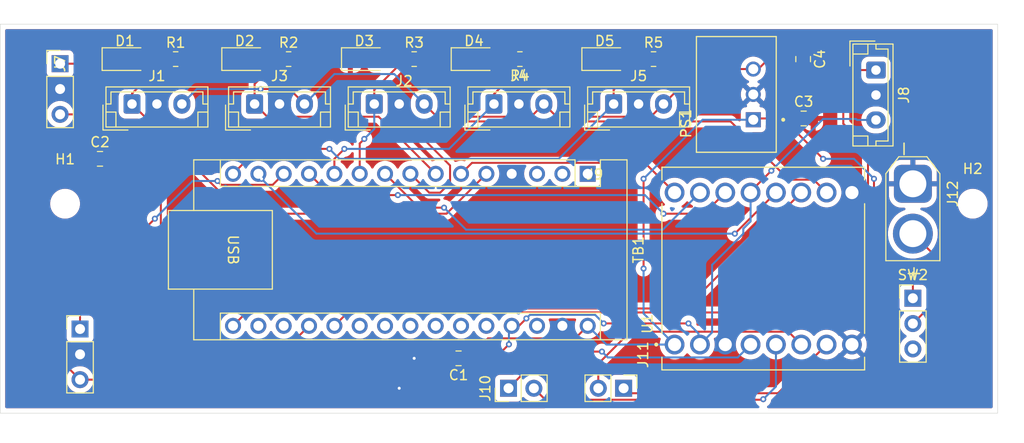
<source format=kicad_pcb>
(kicad_pcb (version 20241229) (generator "pcbnew") (generator_version "9.0")
  (layers (0 "F.Cu" signal) (2 "B.Cu" signal) (13 "F.Paste" user) (15 "B.Paste" user) (5 "F.SilkS" user "F.Silkscreen") (7 "B.SilkS" user "B.Silkscreen") (1 "F.Mask" user) (3 "B.Mask" user) (25 "Edge.Cuts" user))
  (net 0 "")
  (net 1 "GND")
  (net 2 "+12V")
  (net 3 "+5V")
  (net 4 "5v")
  (net 5 "Net-(D1-A)")
  (net 6 "Net-(D2-A)")
  (net 7 "Net-(D3-A)")
  (net 8 "Net-(D4-A)")
  (net 9 "Net-(D5-A)")
  (net 10 "S1")
  (net 11 "S3")
  (net 12 "S2")
  (net 13 "S4")
  (net 14 "S5")
  (net 15 "LN1")
  (net 16 "LN2")
  (net 17 "ST")
  (net 18 "Net-(J10-Pin_1)")
  (net 19 "Net-(J10-Pin_2)")
  (net 20 "Net-(J11-Pin_2)")
  (net 21 "Net-(J11-Pin_1)")
  (net 22 "Net-(J12-Pin_2)")
  (net 25 "Dira")
  (net 30 "Dirb")
  (net 31 "MOTOR1B")
  (net 33 "MOTOR1A")
  (net 35 "+3.3V")
  (net 37 "MOTOR2A")
  (net 39 "MOTOR2B")
  (footprint "Module:Arduino_Nano" (layer "F.Cu") (at 139.4 52 -90)
    (property "Reference" "TB1" (at 7.62 -5.08 90) (layer "F.SilkS"))
    (property "Value" "ARDUINO_NANO")
    (fp_text user "USB" (at 7.62 35.56 270) (layer "F.SilkS"))
    (pad "1" thru_hole rect (at 0 0 270) (size 1.6 1.6) (drill 1) (layers "*.Cu" "*.Mask"))
    (pad "2" thru_hole oval (at 0 2.54 270) (size 1.6 1.6) (drill 1) (layers "*.Cu" "*.Mask"))
    (pad "3" thru_hole oval (at 0 5.08 270) (size 1.6 1.6) (drill 1) (layers "*.Cu" "*.Mask"))
    (pad "4" thru_hole oval (at 0 7.62 270) (size 1.6 1.6) (drill 1) (layers "*.Cu" "*.Mask") (net 1 "GND"))
    (pad "5" thru_hole oval (at 0 10.16 270) (size 1.6 1.6) (drill 1) (layers "*.Cu" "*.Mask") (net 10 "S1"))
    (pad "6" thru_hole oval (at 0 12.7 270) (size 1.6 1.6) (drill 1) (layers "*.Cu" "*.Mask") (net 25 "Dira"))
    (pad "7" thru_hole oval (at 0 15.24 270) (size 1.6 1.6) (drill 1) (layers "*.Cu" "*.Mask") (net 12 "S2"))
    (pad "8" thru_hole oval (at 0 17.78 270) (size 1.6 1.6) (drill 1) (layers "*.Cu" "*.Mask") (net 30 "Dirb"))
    (pad "9" thru_hole oval (at 0 20.32 270) (size 1.6 1.6) (drill 1) (layers "*.Cu" "*.Mask") (net 31 "MOTOR1B"))
    (pad "10" thru_hole oval (at 0 22.86 270) (size 1.6 1.6) (drill 1) (layers "*.Cu" "*.Mask") (net 11 "S3"))
    (pad "11" thru_hole oval (at 0 25.4 270) (size 1.6 1.6) (drill 1) (layers "*.Cu" "*.Mask") (net 13 "S4"))
    (pad "12" thru_hole oval (at 0 27.94 270) (size 1.6 1.6) (drill 1) (layers "*.Cu" "*.Mask") (net 33 "MOTOR1A"))
    (pad "13" thru_hole oval (at 0 30.48 270) (size 1.6 1.6) (drill 1) (layers "*.Cu" "*.Mask") (net 17 "ST"))
    (pad "14" thru_hole oval (at 0 33.02 270) (size 1.6 1.6) (drill 1) (layers "*.Cu" "*.Mask") (net 37 "MOTOR2A"))
    (pad "15" thru_hole oval (at 0 35.56 270) (size 1.6 1.6) (drill 1) (layers "*.Cu" "*.Mask") (net 14 "S5"))
    (pad "16" thru_hole oval (at 15.24 35.56 270) (size 1.6 1.6) (drill 1) (layers "*.Cu" "*.Mask") (net 39 "MOTOR2B"))
    (pad "17" thru_hole oval (at 15.24 33.02 270) (size 1.6 1.6) (drill 1) (layers "*.Cu" "*.Mask") (net 35 "+3.3V"))
    (pad "18" thru_hole oval (at 15.24 30.48 270) (size 1.6 1.6) (drill 1) (layers "*.Cu" "*.Mask"))
    (pad "19" thru_hole oval (at 15.24 27.94 270) (size 1.6 1.6) (drill 1) (layers "*.Cu" "*.Mask") (net 15 "LN1"))
    (pad "20" thru_hole oval (at 15.24 25.4 270) (size 1.6 1.6) (drill 1) (layers "*.Cu" "*.Mask") (net 16 "LN2"))
    (pad "21" thru_hole oval (at 15.24 22.86 270) (size 1.6 1.6) (drill 1) (layers "*.Cu" "*.Mask"))
    (pad "22" thru_hole oval (at 15.24 20.32 270) (size 1.6 1.6) (drill 1) (layers "*.Cu" "*.Mask"))
    (pad "23" thru_hole oval (at 15.24 17.78 270) (size 1.6 1.6) (drill 1) (layers "*.Cu" "*.Mask"))
    (pad "24" thru_hole oval (at 15.24 15.24 270) (size 1.6 1.6) (drill 1) (layers "*.Cu" "*.Mask"))
    (pad "25" thru_hole oval (at 15.24 12.7 270) (size 1.6 1.6) (drill 1) (layers "*.Cu" "*.Mask"))
    (pad "26" thru_hole oval (at 15.24 10.16 270) (size 1.6 1.6) (drill 1) (layers "*.Cu" "*.Mask"))
    (pad "27" thru_hole oval (at 15.24 7.62 270) (size 1.6 1.6) (drill 1) (layers "*.Cu" "*.Mask") (net 3 "+5V"))
    (pad "28" thru_hole oval (at 15.24 5.08 270) (size 1.6 1.6) (drill 1) (layers "*.Cu" "*.Mask"))
    (pad "29" thru_hole oval (at 15.24 2.54 270) (size 1.6 1.6) (drill 1) (layers "*.Cu" "*.Mask") (net 1 "GND"))
    (pad "30" thru_hole oval (at 15.24 0 270) (size 1.6 1.6) (drill 1) (layers "*.Cu" "*.Mask") (net 2 "+12V"))
  )
  (footprint "Capacitor_SMD:C_0805_2012Metric" (layer "F.Cu") (at 161.05 46.45)
    (property "Reference" "C3" (at 0 -1.68 0) (layer "F.SilkS"))
    (property "Value" "10uF")
    (pad "1" smd roundrect (at -0.95 0) (size 1 1.45) (layers "F.Cu" "F.Mask" "F.Paste") (net 2 "+12V"))
    (pad "2" smd roundrect (at 0.95 0) (size 1 1.45) (layers "F.Cu" "F.Mask" "F.Paste") (net 1 "GND"))
  )
  (footprint "Connector_JST:JST_EH_B3B-EH-A_1x03_P2.50mm_Vertical" (layer "F.Cu") (at 106 45)
    (property "Reference" "J3" (at 2.5 -2.8 0) (layer "F.SilkS"))
    (property "Value" "Screw3")
    (pad "1" thru_hole roundrect (at 0 0) (size 1.7 1.95) (drill 0.95) (layers "*.Cu" "*.Mask") (roundrect_rratio 0.147059) (net 12 "S2"))
    (pad "2" thru_hole oval (at 2.5 0) (size 1.7 1.95) (drill 0.95) (layers "*.Cu" "*.Mask") (net 1 "GND"))
    (pad "3" thru_hole oval (at 5 0) (size 1.7 1.95) (drill 0.95) (layers "*.Cu" "*.Mask") (net 4 "5v"))
  )
  (footprint "Connector_PinHeader_2.54mm:PinHeader_1x02_P2.54mm_Vertical" (layer "F.Cu") (at 143 73.5 -90)
    (property "Reference" "J11" (at -3.36 -1.95 90) (layer "F.SilkS"))
    (property "Value" "Motor2 Output")
    (pad "1" thru_hole rect (at 0 0 270) (size 1.7 1.7) (drill 1) (layers "*.Cu" "*.Mask") (net 21 "Net-(J11-Pin_1)"))
    (pad "2" thru_hole oval (at 0 2.54 270) (size 1.7 1.7) (drill 1) (layers "*.Cu" "*.Mask") (net 20 "Net-(J11-Pin_2)"))
  )
  (footprint "Connector_JST:JST_EH_B3B-EH-A_1x03_P2.50mm_Vertical" (layer "F.Cu") (at 142 45)
    (property "Reference" "J5" (at 2.5 -2.8 0) (layer "F.SilkS"))
    (property "Value" "Screw3")
    (pad "1" thru_hole roundrect (at 0 0) (size 1.7 1.95) (drill 0.95) (layers "*.Cu" "*.Mask") (roundrect_rratio 0.147059) (net 14 "S5"))
    (pad "2" thru_hole oval (at 2.5 0) (size 1.7 1.95) (drill 0.95) (layers "*.Cu" "*.Mask") (net 1 "GND"))
    (pad "3" thru_hole oval (at 5 0) (size 1.7 1.95) (drill 0.95) (layers "*.Cu" "*.Mask") (net 4 "5v"))
  )
  (footprint "Connector_JST:JST_EH_B3B-EH-A_1x03_P2.50mm_Vertical" (layer "F.Cu") (at 118 45)
    (property "Reference" "J2" (at 3 -2.3 0) (layer "F.SilkS"))
    (property "Value" "Screw3")
    (pad "1" thru_hole roundrect (at 0 0) (size 1.7 1.95) (drill 0.95) (layers "*.Cu" "*.Mask") (roundrect_rratio 0.147059) (net 11 "S3"))
    (pad "2" thru_hole oval (at 2.5 0) (size 1.7 1.95) (drill 0.95) (layers "*.Cu" "*.Mask") (net 1 "GND"))
    (pad "3" thru_hole oval (at 5 0) (size 1.7 1.95) (drill 0.95) (layers "*.Cu" "*.Mask") (net 4 "5v"))
  )
  (footprint "Connector_PinHeader_2.54mm:PinHeader_1x02_P2.54mm_Vertical" (layer "F.Cu") (at 131.46 73.5 90)
    (property "Reference" "J10" (at 0 -2.33 90) (layer "F.SilkS"))
    (property "Value" "Motor1 Output")
    (pad "1" thru_hole rect (at 0 0 90) (size 1.7 1.7) (drill 1) (layers "*.Cu" "*.Mask") (net 18 "Net-(J10-Pin_1)"))
    (pad "2" thru_hole oval (at 0 2.54 90) (size 1.7 1.7) (drill 1) (layers "*.Cu" "*.Mask") (net 19 "Net-(J10-Pin_2)"))
  )
  (footprint "Resistor_SMD:R_0805_2012Metric" (layer "F.Cu") (at 122 40.5)
    (property "Reference" "R3" (at 0 -1.65 0) (layer "F.SilkS"))
    (property "Value" "180")
    (pad "1" smd roundrect (at -0.9125 0) (size 1.025 1.4) (layers "F.Cu" "F.Mask" "F.Paste") (roundrect_rratio 0.243902) (net 11 "S3"))
    (pad "2" smd roundrect (at 0.9125 0) (size 1.025 1.4) (layers "F.Cu" "F.Mask" "F.Paste") (roundrect_rratio 0.243902) (net 7 "Net-(D3-A)"))
  )
  (footprint "Connector_PinHeader_2.54mm:PinHeader_1x03_P2.54mm_Vertical" (layer "F.Cu") (at 88.5 67.56)
    (property "Reference" "J9" (at 51.6 -15.5 0) (layer "F.SilkS"))
    (property "Value" "Conn_01x03_Pin")
    (pad "1" thru_hole rect (at 0 0) (size 1.7 1.7) (drill 1) (layers "*.Cu" "*.Mask") (net 17 "ST"))
    (pad "2" thru_hole oval (at 0 2.54) (size 1.7 1.7) (drill 1) (layers "*.Cu" "*.Mask") (net 1 "GND"))
    (pad "3" thru_hole oval (at 0 5.08) (size 1.7 1.7) (drill 1) (layers "*.Cu" "*.Mask") (net 3 "+5V"))
  )
  (footprint "Connector_JST:JST_EH_B3B-EH-A_1x03_P2.50mm_Vertical" (layer "F.Cu") (at 93.71 45)
    (property "Reference" "J1" (at 2.5 -2.8 0) (layer "F.SilkS"))
    (property "Value" "Screw3")
    (pad "1" thru_hole roundrect (at 0 0) (size 1.7 1.95) (drill 0.95) (layers "*.Cu" "*.Mask") (roundrect_rratio 0.147059) (net 10 "S1"))
    (pad "2" thru_hole oval (at 2.5 0) (size 1.7 1.95) (drill 0.95) (layers "*.Cu" "*.Mask") (net 1 "GND"))
    (pad "3" thru_hole oval (at 5 0) (size 1.7 1.95) (drill 0.95) (layers "*.Cu" "*.Mask") (net 4 "5v"))
  )
  (footprint "Connector_JST:JST_EH_B3B-EH-A_1x03_P2.50mm_Vertical" (layer "F.Cu") (at 168.3 41.6 -90)
    (property "Reference" "J8" (at 2.5 -2.8 90) (layer "F.SilkS"))
    (property "Value" "Screw3")
    (pad "1" thru_hole roundrect (at 0 0 270) (size 1.7 1.95) (drill 0.95) (layers "*.Cu" "*.Mask") (roundrect_rratio 0.147059) (net 16 "LN2"))
    (pad "2" thru_hole oval (at 2.5 0 270) (size 1.7 1.95) (drill 0.95) (layers "*.Cu" "*.Mask") (net 1 "GND"))
    (pad "3" thru_hole oval (at 5 0 270) (size 1.7 1.95) (drill 0.95) (layers "*.Cu" "*.Mask") (net 3 "+5V"))
  )
  (footprint "Connector_PinHeader_2.54mm:PinHeader_1x03_P2.54mm_Vertical" (layer "F.Cu") (at 86.5 40.96)
    (property "Reference" "J7" (at 0 0 90) (layer "F.SilkS"))
    (property "Value" "Screw3")
    (pad "1" thru_hole rect (at 0 0) (size 1.7 1.7) (drill 1) (layers "*.Cu" "*.Mask") (net 15 "LN1"))
    (pad "2" thru_hole oval (at 0 2.54) (size 1.7 1.7) (drill 1) (layers "*.Cu" "*.Mask") (net 1 "GND"))
    (pad "3" thru_hole oval (at 0 5.08) (size 1.7 1.7) (drill 1) (layers "*.Cu" "*.Mask") (net 3 "+5V"))
  )
  (footprint "LED_SMD:LED_1206_3216Metric" (layer "F.Cu") (at 117 40.5)
    (property "Reference" "D3" (at 0 -1.82 0) (layer "F.SilkS"))
    (property "Value" "LED")
    (pad "1" smd roundrect (at -1.4 0) (size 1.25 1.75) (layers "F.Cu" "F.Mask" "F.Paste") (roundrect_rratio 0.2) (net 1 "GND"))
    (pad "2" smd roundrect (at 1.4 0) (size 1.25 1.75) (layers "F.Cu" "F.Mask" "F.Paste") (roundrect_rratio 0.2) (net 7 "Net-(D3-A)"))
  )
  (footprint "Resistor_SMD:R_0805_2012Metric" (layer "F.Cu") (at 98.0875 40.5)
    (property "Reference" "R1" (at 0 -1.65 0) (layer "F.SilkS"))
    (property "Value" "180")
    (pad "1" smd roundrect (at -0.9125 0) (size 1.025 1.4) (layers "F.Cu" "F.Mask" "F.Paste") (roundrect_rratio 0.243902) (net 10 "S1"))
    (pad "2" smd roundrect (at 0.9125 0) (size 1.025 1.4) (layers "F.Cu" "F.Mask" "F.Paste") (roundrect_rratio 0.243902) (net 5 "Net-(D1-A)"))
  )
  (footprint "LED_SMD:LED_1206_3216Metric" (layer "F.Cu") (at 105 40.5)
    (property "Reference" "D2" (at 0 -1.82 0) (layer "F.SilkS"))
    (property "Value" "LED")
    (pad "1" smd roundrect (at -1.4 0) (size 1.25 1.75) (layers "F.Cu" "F.Mask" "F.Paste") (roundrect_rratio 0.2) (net 1 "GND"))
    (pad "2" smd roundrect (at 1.4 0) (size 1.25 1.75) (layers "F.Cu" "F.Mask" "F.Paste") (roundrect_rratio 0.2) (net 6 "Net-(D2-A)"))
  )
  (footprint "Capacitor_SMD:C_0805_2012Metric" (layer "F.Cu") (at 161 40.5 -90)
    (property "Reference" "C4" (at 0 -1.68 90) (layer "F.SilkS"))
    (property "Value" "10uF")
    (pad "1" smd roundrect (at -0.95 0 270) (size 1 1.45) (layers "F.Cu" "F.Mask" "F.Paste") (net 4 "5v"))
    (pad "2" smd roundrect (at 0.95 0 270) (size 1 1.45) (layers "F.Cu" "F.Mask" "F.Paste") (net 1 "GND"))
  )
  (footprint "Battery:CONV_P78E05-1000" (layer "F.Cu") (at 156 44.04 90)
    (property "Reference" "PS1" (at -2.925 -6.735 90) (layer "F.SilkS"))
    (property "Value" "P78E05-1000")
    (pad "1" thru_hole rect (at -2.54 0 90) (size 1.508 1.508) (drill 1) (layers "*.Cu" "*.Mask") (net 2 "+12V"))
    (pad "2" thru_hole circle (at 0 0 90) (size 1.508 1.508) (drill 1) (layers "*.Cu" "*.Mask") (net 1 "GND"))
    (pad "3" thru_hole circle (at 2.54 0 90) (size 1.508 1.508) (drill 1) (layers "*.Cu" "*.Mask") (net 4 "5v"))
  )
  (footprint "Capacitor_SMD:C_0805_2012Metric" (layer "F.Cu") (at 126.45 70.5 180)
    (property "Reference" "C1" (at 0 -1.68 0) (layer "F.SilkS"))
    (property "Value" "0.1uF")
    (pad "1" smd roundrect (at -0.95 0 180) (size 1 1.45) (layers "F.Cu" "F.Mask" "F.Paste") (net 2 "+12V"))
    (pad "2" smd roundrect (at 0.95 0 180) (size 1 1.45) (layers "F.Cu" "F.Mask" "F.Paste") (net 1 "GND"))
  )
  (footprint "LED_SMD:LED_1206_3216Metric" (layer "F.Cu") (at 141.1 40.5)
    (property "Reference" "D5" (at 0 -1.82 0) (layer "F.SilkS"))
    (property "Value" "LED")
    (pad "1" smd roundrect (at -1.4 0) (size 1.25 1.75) (layers "F.Cu" "F.Mask" "F.Paste") (roundrect_rratio 0.2) (net 1 "GND"))
    (pad "2" smd roundrect (at 1.4 0) (size 1.25 1.75) (layers "F.Cu" "F.Mask" "F.Paste") (roundrect_rratio 0.2) (net 9 "Net-(D5-A)"))
  )
  (footprint "Resistor_SMD:R_0805_2012Metric" (layer "F.Cu") (at 146 40.5)
    (property "Reference" "R5" (at 0 -1.65 0) (layer "F.SilkS"))
    (property "Value" "180")
    (pad "1" smd roundrect (at -0.9125 0) (size 1.025 1.4) (layers "F.Cu" "F.Mask" "F.Paste") (roundrect_rratio 0.243902) (net 14 "S5"))
    (pad "2" smd roundrect (at 0.9125 0) (size 1.025 1.4) (layers "F.Cu" "F.Mask" "F.Paste") (roundrect_rratio 0.243902) (net 9 "Net-(D5-A)"))
  )
  (footprint "Connector_JST:JST_EH_B3B-EH-A_1x03_P2.50mm_Vertical" (layer "F.Cu") (at 130 45)
    (property "Reference" "J4" (at 2.5 -2.8 0) (layer "F.SilkS"))
    (property "Value" "Screw3")
    (pad "1" thru_hole roundrect (at 0 0) (size 1.7 1.95) (drill 0.95) (layers "*.Cu" "*.Mask") (roundrect_rratio 0.147059) (net 13 "S4"))
    (pad "2" thru_hole oval (at 2.5 0) (size 1.7 1.95) (drill 0.95) (layers "*.Cu" "*.Mask") (net 1 "GND"))
    (pad "3" thru_hole oval (at 5 0) (size 1.7 1.95) (drill 0.95) (layers "*.Cu" "*.Mask") (net 4 "5v"))
  )
  (footprint "MountingHole:MountingHole_2.5mm" (layer "F.Cu") (at 178 55)
    (property "Reference" "H2" (at 0 -3.5 0) (layer "F.SilkS"))
    (property "Value" "MountingHole")
    (pad "" np_thru_hole circle (at 0 0) (size 2.5 2.5) (drill 2.5) (layers "*.Cu" "*.Mask"))
  )
  (footprint "Resistor_SMD:R_0805_2012Metric" (layer "F.Cu") (at 109.4125 40.5)
    (property "Reference" "R2" (at 0 -1.65 0) (layer "F.SilkS"))
    (property "Value" "180")
    (pad "1" smd roundrect (at -0.9125 0) (size 1.025 1.4) (layers "F.Cu" "F.Mask" "F.Paste") (roundrect_rratio 0.243902) (net 12 "S2"))
    (pad "2" smd roundrect (at 0.9125 0) (size 1.025 1.4) (layers "F.Cu" "F.Mask" "F.Paste") (roundrect_rratio 0.243902) (net 6 "Net-(D2-A)"))
  )
  (footprint "Resistor_SMD:R_0805_2012Metric" (layer "F.Cu") (at 132.6 40.5 180)
    (property "Reference" "R4" (at 0 -1.65 0) (layer "F.SilkS"))
    (property "Value" "180")
    (pad "1" smd roundrect (at -0.9125 0 180) (size 1.025 1.4) (layers "F.Cu" "F.Mask" "F.Paste") (roundrect_rratio 0.243902) (net 13 "S4"))
    (pad "2" smd roundrect (at 0.9125 0 180) (size 1.025 1.4) (layers "F.Cu" "F.Mask" "F.Paste") (roundrect_rratio 0.243902) (net 8 "Net-(D4-A)"))
  )
  (footprint "Module:MODULE_ROB-14450" (layer "F.Cu") (at 157 61.5 90)
    (property "Reference" "U1" (at -5.5332 -11.6132 90) (layer "F.SilkS"))
    (property "Value" "ROB-14450")
    (pad "1" thru_hole circle (at -7.62 -8.89 90) (size 1.98 1.98) (drill 1.32) (layers "*.Cu" "*.Mask") (net 2 "+12V"))
    (pad "2" thru_hole circle (at -7.62 -6.35 90) (size 1.98 1.98) (drill 1.32) (layers "*.Cu" "*.Mask") (net 3 "+5V"))
    (pad "3" thru_hole circle (at -7.62 -3.81 90) (size 1.98 1.98) (drill 1.32) (layers "*.Cu" "*.Mask") (net 1 "GND"))
    (pad "4" thru_hole circle (at -7.62 -1.27 90) (size 1.98 1.98) (drill 1.32) (layers "*.Cu" "*.Mask") (net 18 "Net-(J10-Pin_1)"))
    (pad "5" thru_hole circle (at -7.62 1.27 90) (size 1.98 1.98) (drill 1.32) (layers "*.Cu" "*.Mask") (net 19 "Net-(J10-Pin_2)"))
    (pad "6" thru_hole circle (at -7.62 3.81 90) (size 1.98 1.98) (drill 1.32) (layers "*.Cu" "*.Mask") (net 20 "Net-(J11-Pin_2)"))
    (pad "7" thru_hole circle (at -7.62 6.35 90) (size 1.98 1.98) (drill 1.32) (layers "*.Cu" "*.Mask") (net 21 "Net-(J11-Pin_1)"))
    (pad "8" thru_hole circle (at -7.62 8.89 90) (size 1.98 1.98) (drill 1.32) (layers "*.Cu" "*.Mask") (net 1 "GND"))
    (pad "9" thru_hole circle (at 7.62 8.89 90) (size 1.98 1.98) (drill 1.32) (layers "*.Cu" "*.Mask") (net 1 "GND"))
    (pad "10" thru_hole circle (at 7.62 6.35 90) (size 1.98 1.98) (drill 1.32) (layers "*.Cu" "*.Mask") (net 30 "Dirb"))
    (pad "11" thru_hole circle (at 7.62 3.81 90) (size 1.98 1.98) (drill 1.32) (layers "*.Cu" "*.Mask") (net 39 "MOTOR2B"))
    (pad "12" thru_hole circle (at 7.62 1.27 90) (size 1.98 1.98) (drill 1.32) (layers "*.Cu" "*.Mask") (net 37 "MOTOR2A"))
    (pad "13" thru_hole circle (at 7.62 -1.27 90) (size 1.98 1.98) (drill 1.32) (layers "*.Cu" "*.Mask") (net 3 "+5V"))
    (pad "14" thru_hole circle (at 7.62 -3.81 90) (size 1.98 1.98) (drill 1.32) (layers "*.Cu" "*.Mask") (net 33 "MOTOR1A"))
    (pad "15" thru_hole circle (at 7.62 -6.35 90) (size 1.98 1.98) (drill 1.32) (layers "*.Cu" "*.Mask") (net 31 "MOTOR1B"))
    (pad "16" thru_hole circle (at 7.62 -8.89 90) (size 1.98 1.98) (drill 1.32) (layers "*.Cu" "*.Mask") (net 25 "Dira"))
  )
  (footprint "Capacitor_SMD:C_0805_2012Metric" (layer "F.Cu") (at 90.5 50.5)
    (property "Reference" "C2" (at 0 -1.68 0) (layer "F.SilkS"))
    (property "Value" "0.1uF")
    (pad "1" smd roundrect (at -0.95 0) (size 1 1.45) (layers "F.Cu" "F.Mask" "F.Paste") (net 3 "+5V"))
    (pad "2" smd roundrect (at 0.95 0) (size 1 1.45) (layers "F.Cu" "F.Mask" "F.Paste") (net 1 "GND"))
  )
  (footprint "Connector_AMASS:AMASS_XT30U-F_1x02_P5.0mm_Vertical" (layer "F.Cu") (at 172 53 -90)
    (property "Reference" "J12" (at 1 -4 90) (layer "F.SilkS"))
    (property "Value" "xt30")
    (fp_text user "+" (at 9 0 90) (layer "F.SilkS") (effects (font (size 1.5 1.5))))
    (fp_text user "-" (at -3.5 1 90) (layer "F.SilkS") (effects (font (size 1.5 1.5))))
    (pad "1" thru_hole roundrect (at 0 0 270) (size 3.8 3.8) (drill 2.7) (layers "*.Cu" "*.Mask") (roundrect_rratio 0.2) (net 1 "GND"))
    (pad "2" thru_hole circle (at 5 0 270) (size 4 4) (drill 2.7) (layers "*.Cu" "*.Mask") (net 22 "Net-(J12-Pin_2)"))
  )
  (footprint "MountingHole:MountingHole_2.5mm" (layer "F.Cu") (at 87 55)
    (property "Reference" "H1" (at 0 -4.46 0) (layer "F.SilkS"))
    (property "Value" "MountingHole")
    (pad "" np_thru_hole circle (at 0 0) (size 2.5 2.5) (drill 2.5) (layers "*.Cu" "*.Mask"))
  )
  (footprint "LED_SMD:LED_1206_3216Metric" (layer "F.Cu") (at 93 40.5)
    (property "Reference" "D1" (at 0 -1.82 0) (layer "F.SilkS"))
    (property "Value" "LED")
    (pad "1" smd roundrect (at -1.4 0) (size 1.25 1.75) (layers "F.Cu" "F.Mask" "F.Paste") (roundrect_rratio 0.2) (net 1 "GND"))
    (pad "2" smd roundrect (at 1.4 0) (size 1.25 1.75) (layers "F.Cu" "F.Mask" "F.Paste") (roundrect_rratio 0.2) (net 5 "Net-(D1-A)"))
  )
  (footprint "Connector_PinHeader_2.54mm:PinHeader_1x03_P2.54mm_Vertical" (layer "F.Cu") (at 172 64.475)
    (property "Reference" "SW2" (at 0 -2.33 0) (layer "F.SilkS"))
    (property "Value" "SW_DPDT_x2")
    (pad "1" thru_hole rect (at 0 0) (size 1.7 1.7) (drill 1) (layers "*.Cu" "*.Mask") (net 2 "+12V"))
    (pad "2" thru_hole oval (at 0 2.54) (size 1.7 1.7) (drill 1) (layers "*.Cu" "*.Mask") (net 22 "Net-(J12-Pin_2)"))
    (pad "3" thru_hole oval (at 0 5.08) (size 1.7 1.7) (drill 1) (layers "*.Cu" "*.Mask"))
  )
  (footprint "LED_SMD:LED_1206_3216Metric" (layer "F.Cu") (at 128 40.5)
    (property "Reference" "D4" (at 0 -1.82 0) (layer "F.SilkS"))
    (property "Value" "LED")
    (pad "1" smd roundrect (at -1.4 0) (size 1.25 1.75) (layers "F.Cu" "F.Mask" "F.Paste") (roundrect_rratio 0.2) (net 1 "GND"))
    (pad "2" smd roundrect (at 1.4 0) (size 1.25 1.75) (layers "F.Cu" "F.Mask" "F.Paste") (roundrect_rratio 0.2) (net 8 "Net-(D4-A)"))
  )
  (gr_rect (start 80.5 37) (end 180.5 76) (stroke (width 0.05)) (fill no) (layer "Edge.Cuts"))
  (segment (start 125.5 70.5) (end 122 70.5) (width 0.2) (layer "F.Cu") (net 1))
  (via (at 120.5 73.5) (size 0.6) (drill 0.3) (layers "F.Cu" "B.Cu") (net 1))
  (via (at 122 70.5) (size 0.6) (drill 0.3) (layers "F.Cu" "B.Cu") (net 1))
  (segment (start 122 70.5) (end 120.5 72) (width 0.2) (layer "B.Cu") (net 1))
  (segment (start 120.5 72) (end 120.5 73.5) (width 0.2) (layer "B.Cu") (net 1))
  (segment (start 138.14 68.5) (end 129.4 68.5) (width 0.2) (layer "F.Cu") (net 2))
  (segment (start 163 50.5) (end 160.1 47.6) (width 0.2) (layer "F.Cu") (net 2))
  (segment (start 148.11 68.819) (end 148.5 68.429) (width 0.2) (layer "F.Cu") (net 2))
  (segment (start 160.1 47.6) (end 160.1 46.45) (width 0.2) (layer "F.Cu") (net 2))
  (segment (start 172 62) (end 172 64.475) (width 0.2) (layer "F.Cu") (net 2))
  (segment (start 168.1 58.1) (end 172 62) (width 0.2) (layer "F.Cu") (net 2))
  (segment (start 160.1 46.45) (end 156.13 46.45) (width 0.2) (layer "F.Cu") (net 2))
  (segment (start 168.1 52.5) (end 168.1 58.1) (width 0.2) (layer "F.Cu") (net 2))
  (segment (start 148.11 69.12) (end 148.11 68.819) (width 0.2) (layer "F.Cu") (net 2))
  (segment (start 129.4 68.5) (end 127.4 70.5) (width 0.2) (layer "F.Cu") (net 2))
  (segment (start 160.1 46.45) (end 159.97 46.58) (width 0.2) (layer "F.Cu") (net 2))
  (segment (start 139.4 67.24) (end 138.14 68.5) (width 0.2) (layer "F.Cu") (net 2))
  (segment (start 145 52.5) (end 145 61.5) (width 0.2) (layer "F.Cu") (net 2))
  (segment (start 156.13 46.45) (end 156 46.58) (width 0.2) (layer "F.Cu") (net 2))
  (via (at 168.1 52.5) (size 0.6) (drill 0.3) (layers "F.Cu" "B.Cu") (net 2))
  (via (at 145 52.5) (size 0.6) (drill 0.3) (layers "F.Cu" "B.Cu") (net 2))
  (via (at 145 61.5) (size 0.6) (drill 0.3) (layers "F.Cu" "B.Cu") (net 2))
  (via (at 163 50.5) (size 0.6) (drill 0.3) (layers "F.Cu" "B.Cu") (net 2))
  (segment (start 168.1 52.5) (end 166.1 50.5) (width 0.2) (layer "B.Cu") (net 2))
  (segment (start 150.92 46.58) (end 145 52.5) (width 0.2) (layer "B.Cu") (net 2))
  (segment (start 156 46.58) (end 150.92 46.58) (width 0.2) (layer "B.Cu") (net 2))
  (segment (start 145 61.5) (end 145 66.01) (width 0.2) (layer "B.Cu") (net 2))
  (segment (start 139.4 67.24) (end 141.28 69.12) (width 0.2) (layer "B.Cu") (net 2))
  (segment (start 141.28 69.12) (end 148.11 69.12) (width 0.2) (layer "B.Cu") (net 2))
  (segment (start 166.1 50.5) (end 163 50.5) (width 0.2) (layer "B.Cu") (net 2))
  (segment (start 145 66.01) (end 148.11 69.12) (width 0.2) (layer "B.Cu") (net 2))
  (segment (start 89.55 50.5) (end 92 52.95) (width 0.2) (layer "F.Cu") (net 3))
  (segment (start 92 54) (end 86 60) (width 0.2) (layer "F.Cu") (net 3))
  (segment (start 97.86 72.64) (end 98.5 72) (width 0.2) (layer "F.Cu") (net 3))
  (segment (start 86 70.14) (end 88.5 72.64) (width 0.2) (layer "F.Cu") (net 3))
  (segment (start 155.73 53.88) (end 155.73 53.77) (width 0.2) (layer "F.Cu") (net 3))
  (segment (start 98.5 72) (end 128.6 72) (width 0.2) (layer "F.Cu") (net 3))
  (segment (start 88.0725 46.1275) (end 87.985 46.04) (width 0.2) (layer "F.Cu") (net 3))
  (segment (start 89.55 47.605) (end 88.0725 46.1275) (width 0.2) (layer "F.Cu") (net 3))
  (segment (start 150.65 69.12) (end 151.178917 69.12) (width 0.2) (layer "F.Cu") (net 3))
  (segment (start 132.511476 67.24) (end 133.250476 66.501) (width 0.2) (layer "F.Cu") (net 3))
  (segment (start 131.78 67.24) (end 132.511476 67.24) (width 0.2) (layer "F.Cu") (net 3))
  (segment (start 88 46.055) (end 88 46) (width 0.2) (layer "F.Cu") (net 3))
  (segment (start 88.5 72.64) (end 97.86 72.64) (width 0.2) (layer "F.Cu") (net 3))
  (segment (start 92 52.95) (end 92 54) (width 0.2) (layer "F.Cu") (net 3))
  (segment (start 155.73 53.77) (end 157.810735 51.689265) (width 0.2) (layer "F.Cu") (net 3))
  (segment (start 88.0725 46.1275) (end 88 46.055) (width 0.2) (layer "F.Cu") (net 3))
  (segment (start 87.985 46.04) (end 86.5 46.04) (width 0.2) (layer "F.Cu") (net 3))
  (segment (start 128.6 72) (end 131.5 69.1) (width 0.2) (layer "F.Cu") (net 3))
  (segment (start 149.5 67) (end 141 67) (width 0.2) (layer "F.Cu") (net 3))
  (segment (start 86 60) (end 86 70.14) (width 0.2) (layer "F.Cu") (net 3))
  (segment (start 89.55 50.5) (end 89.55 47.605) (width 0.2) (layer "F.Cu") (net 3))
  (segment (start 98.42 72) (end 98.5 72) (width 0.2) (layer "F.Cu") (net 3))
  (via (at 133.250476 66.501) (size 0.6) (drill 0.3) (layers "F.Cu" "B.Cu") (net 3))
  (via (at 149.5 67) (size 0.6) (drill 0.3) (layers "F.Cu" "B.Cu") (net 3))
  (via (at 141 67) (size 0.6) (drill 0.3) (layers "F.Cu" "B.Cu") (net 3))
  (via (at 131.5 69.1) (size 0.6) (drill 0.3) (layers "F.Cu" "B.Cu") (net 3))
  (via (at 157.810735 51.689265) (size 0.6) (drill 0.3) (layers "F.Cu" "B.Cu") (net 3))
  (segment (start 151.869917 67.900083) (end 151.869917 61.130083) (width 0.2) (layer "B.Cu") (net 3))
  (segment (start 166.4 46.6) (end 168.3 46.6) (width 0.2) (layer "B.Cu") (net 3))
  (segment (start 150.5 68) (end 150.5 68.97) (width 0.2) (layer "B.Cu") (net 3))
  (segment (start 157.810735 51.689265) (end 163 46.5) (width 0.2) (layer "B.Cu") (net 3))
  (segment (start 155 58) (end 155 57.5) (width 0.2) (layer "B.Cu") (net 3))
  (segment (start 163 46.5) (end 166.3 46.5) (width 0.2) (layer "B.Cu") (net 3))
  (segment (start 150.65 69.12) (end 151.869917 67.900083) (width 0.2) (layer "B.Cu") (net 3))
  (segment (start 140.139 66.139) (end 141 67) (width 0.2) (layer "B.Cu") (net 3))
  (segment (start 150.5 68.97) (end 150.65 69.12) (width 0.2) (layer "B.Cu") (net 3))
  (segment (start 133.250476 66.501) (end 133.612476 66.139) (width 0.2) (layer "B.Cu") (net 3))
  (segment (start 155 57.5) (end 155.73 56.77) (width 0.2) (layer "B.Cu") (net 3))
  (segment (start 149.5 67) (end 150.5 68) (width 0.2) (layer "B.Cu") (net 3))
  (segment (start 131.5 69.1) (end 131.5 67.52) (width 0.2) (layer "B.Cu") (net 3))
  (segment (start 151.869917 61.130083) (end 155 58) (width 0.2) (layer "B.Cu") (net 3))
  (segment (start 155.73 56.77) (end 155.73 53.88) (width 0.2) (layer "B.Cu") (net 3))
  (segment (start 133.612476 66.139) (end 140.139 66.139) (width 0.2) (layer "B.Cu") (net 3))
  (segment (start 131.5 67.52) (end 131.78 67.24) (width 0.2) (layer "B.Cu") (net 3))
  (segment (start 166.3 46.5) (end 166.4 46.6) (width 0.2) (layer "B.Cu") (net 3))
  (segment (start 156 41.5) (end 156.5 41.5) (width 0.2) (layer "F.Cu") (net 4))
  (segment (start 111 45) (end 109.5 43.5) (width 0.2) (layer "F.Cu") (net 4))
  (segment (start 124.276 46.276) (end 123 45) (width 0.2) (layer "F.Cu") (net 4))
  (segment (start 156 41.5) (end 150.5 41.5) (width 0.2) (layer "F.Cu") (net 4))
  (segment (start 147 45) (end 145.724 46.276) (width 0.2) (layer "F.Cu") (net 4))
  (segment (start 133.724 46.276) (end 124.276 46.276) (width 0.2) (layer "F.Cu") (net 4))
  (segment (start 150.5 41.5) (end 147 45) (width 0.2) (layer "F.Cu") (net 4))
  (segment (start 156.5 41.5) (end 158.45 39.55) (width 0.2) (layer "F.Cu") (net 4))
  (segment (start 109.5 43.5) (end 106.6 43.5) (width 0.2) (layer "F.Cu") (net 4))
  (segment (start 135 45) (end 133.724 46.276) (width 0.2) (layer "F.Cu") (net 4))
  (segment (start 136.276 46.276) (end 135 45) (width 0.2) (layer "F.Cu") (net 4))
  (segment (start 98.71 45) (end 98.71 45.79) (width 0.2) (layer "F.Cu") (net 4))
  (segment (start 158.45 39.55) (end 161 39.55) (width 0.2) (layer "F.Cu") (net 4))
  (segment (start 145.724 46.276) (end 136.276 46.276) (width 0.2) (layer "F.Cu") (net 4))
  (via (at 106.6 43.5) (size 0.6) (drill 0.3) (layers "F.Cu" "B.Cu") (net 4))
  (segment (start 111 45) (end 114 42) (width 0.2) (layer "B.Cu") (net 4))
  (segment (start 120 42) (end 123 45) (width 0.2) (layer "B.Cu") (net 4))
  (segment (start 106.6 43.5) (end 100.21 43.5) (width 0.2) (layer "B.Cu") (net 4))
  (segment (start 114 42) (end 120 42) (width 0.2) (layer "B.Cu") (net 4))
  (segment (start 100.21 43.5) (end 98.71 45) (width 0.2) (layer "B.Cu") (net 4))
  (segment (start 95.401 39.499) (end 94.4 40.5) (width 0.2) (layer "F.Cu") (net 5))
  (segment (start 97.999 39.499) (end 95.401 39.499) (width 0.2) (layer "F.Cu") (net 5))
  (segment (start 99 40.5) (end 97.999 39.499) (width 0.2) (layer "F.Cu") (net 5))
  (segment (start 110.325 40.5) (end 110 40.5) (width 0.2) (layer "F.Cu") (net 6))
  (segment (start 107.401 39.499) (end 106.4 40.5) (width 0.2) (layer "F.Cu") (net 6))
  (segment (start 110 40.5) (end 108.999 39.499) (width 0.2) (layer "F.Cu") (net 6))
  (segment (start 108.999 39.499) (end 107.401 39.499) (width 0.2) (layer "F.Cu") (net 6))
  (segment (start 119.401 39.499) (end 118.4 40.5) (width 0.2) (layer "F.Cu") (net 7))
  (segment (start 122.9125 40.5) (end 121.9115 39.499) (width 0.2) (layer "F.Cu") (net 7))
  (segment (start 121.9115 39.499) (end 119.401 39.499) (width 0.2) (layer "F.Cu") (net 7))
  (segment (start 131.6875 40.5) (end 129.4 40.5) (width 0.2) (layer "F.Cu") (net 8))
  (segment (start 146.9125 40.5) (end 145.9125 39.5) (width 0.2) (layer "F.Cu") (net 9))
  (segment (start 143.5 39.5) (end 142.5 40.5) (width 0.2) (layer "F.Cu") (net 9))
  (segment (start 145.9125 39.5) (end 143.5 39.5) (width 0.2) (layer "F.Cu") (net 9))
  (segment (start 125.24 56) (end 104.71 56) (width 0.2) (layer "F.Cu") (net 10))
  (segment (start 104.71 56) (end 93.71 45) (width 0.2) (layer "F.Cu") (net 10))
  (segment (start 93.71 43.965) (end 93.71 45) (width 0.2) (layer "F.Cu") (net 10))
  (segment (start 129.24 52) (end 125.24 56) (width 0.2) (layer "F.Cu") (net 10))
  (segment (start 97.175 40.5) (end 93.71 43.965) (width 0.2) (layer "F.Cu") (net 10))
  (segment (start 118 45.84) (end 118 45) (width 0.2) (layer "F.Cu") (net 11))
  (segment (start 116.54 48.96) (end 117 48.5) (width 0.2) (layer "F.Cu") (net 11))
  (segment (start 116.54 52) (end 116.54 48.96) (width 0.2) (layer "F.Cu") (net 11))
  (segment (start 118 45) (end 118 43.5875) (width 0.2) (layer "F.Cu") (net 11))
  (segment (start 118 43.5875) (end 121.0875 40.5) (width 0.2) (layer "F.Cu") (net 11))
  (via (at 117 48.5) (size 0.6) (drill 0.3) (layers "F.Cu" "B.Cu") (net 11))
  (segment (start 117 48.5) (end 118 47.5) (width 0.2) (layer "B.Cu") (net 11))
  (segment (start 118 47.5) (end 118 45) (width 0.2) (layer "B.Cu") (net 11))
  (segment (start 106 45) (end 106 43) (width 0.2) (layer "F.Cu") (net 12))
  (segment (start 118.436 46.276) (end 107.276 46.276) (width 0.2) (layer "F.Cu") (net 12))
  (segment (start 124.16 52) (end 118.436 46.276) (width 0.2) (layer "F.Cu") (net 12))
  (segment (start 106 43) (end 108.5 40.5) (width 0.2) (layer "F.Cu") (net 12))
  (segment (start 107.276 46.276) (end 106 45) (width 0.2) (layer "F.Cu") (net 12))
  (segment (start 114 52) (end 114 50.5) (width 0.2) (layer "F.Cu") (net 13))
  (segment (start 114 50.5) (end 115 49.5) (width 0.2) (layer "F.Cu") (net 13))
  (segment (start 130 45) (end 130 44.0125) (width 0.2) (layer "F.Cu") (net 13))
  (segment (start 130 44.0125) (end 133.5125 40.5) (width 0.2) (layer "F.Cu") (net 13))
  (via (at 115 49.5) (size 0.6) (drill 0.3) (layers "F.Cu" "B.Cu") (net 13))
  (segment (start 125.5 49.5) (end 130 45) (width 0.2) (layer "B.Cu") (net 13))
  (segment (start 115 49.5) (end 125.5 49.5) (width 0.2) (layer "B.Cu") (net 13))
  (segment (start 106.34 49.5) (end 113.5 49.5) (width 0.2) (layer "F.Cu") (net 14))
  (segment (start 103.84 52) (end 106.34 49.5) (width 0.2) (layer "F.Cu") (net 14))
  (segment (start 142 45) (end 142 43.5875) (width 0.2) (layer "F.Cu") (net 14))
  (segment (start 142 43.5875) (end 145.0875 40.5) (width 0.2) (layer "F.Cu") (net 14))
  (via (at 113.5 49.5) (size 0.6) (drill 0.3) (layers "F.Cu" "B.Cu") (net 14))
  (segment (start 136.5 50.5) (end 142 45) (width 0.2) (layer "B.Cu") (net 14))
  (segment (start 114.5 50.5) (end 136.5 50.5) (width 0.2) (layer "B.Cu") (net 14))
  (segment (start 113.5 49.5) (end 114.5 50.5) (width 0.2) (layer "B.Cu") (net 14))
  (segment (start 96.601 62.612034) (end 96.601 51.751057) (width 0.2) (layer "F.Cu") (net 15))
  (segment (start 109.7 69) (end 102.988966 69) (width 0.2) (layer "F.Cu") (net 15))
  (segment (start 96.601 51.751057) (end 89.200943 44.351) (width 0.2) (layer "F.Cu") (net 15))
  (segment (start 102.988966 69) (end 96.601 62.612034) (width 0.2) (layer "F.Cu") (net 15))
  (segment (start 89.151 42.126) (end 87.985 40.96) (width 0.2) (layer "F.Cu") (net 15))
  (segment (start 89.151 44.351) (end 89.151 42.126) (width 0.2) (layer "F.Cu") (net 15))
  (segment (start 89.200943 44.351) (end 89.151 44.351) (width 0.2) (layer "F.Cu") (net 15))
  (segment (start 111.46 67.24) (end 109.7 69) (width 0.2) (layer "F.Cu") (net 15))
  (segment (start 87.985 40.96) (end 86.5 40.96) (width 0.2) (layer "F.Cu") (net 15))
  (segment (start 155.69475 65.901) (end 167.5 54.09575) (width 0.2) (layer "F.Cu") (net 16))
  (segment (start 115.339 65.901) (end 155.69475 65.901) (width 0.2) (layer "F.Cu") (net 16))
  (segment (start 166.3 41.5) (end 166.4 41.6) (width 0.2) (layer "F.Cu") (net 16))
  (segment (start 114 67.24) (end 115.339 65.901) (width 0.2) (layer "F.Cu") (net 16))
  (segment (start 165.024 42.776) (end 166.3 41.5) (width 0.2) (layer "F.Cu") (net 16))
  (segment (start 167.5 54.09575) (end 167.5 49.45276) (width 0.2) (layer "F.Cu") (net 16))
  (segment (start 165.024 46.97676) (end 165.024 42.776) (width 0.2) (layer "F.Cu") (net 16))
  (segment (start 166.4 41.6) (end 168.3 41.6) (width 0.2) (layer "F.Cu") (net 16))
  (segment (start 167.5 49.45276) (end 165.024 46.97676) (width 0.2) (layer "F.Cu") (net 16))
  (segment (start 102.65953 53.101) (end 102.279265 52.720735) (width 0.2) (layer "F.Cu") (net 17))
  (segment (start 88.5 67.56) (end 88.5 64) (width 0.2) (layer "F.Cu") (net 17))
  (segment (start 88.5 64) (end 91.7 60.8) (width 0.2) (layer "F.Cu") (net 17))
  (segment (start 91.7 60.8) (end 96 56.5) (width 0.2) (layer "F.Cu") (net 17))
  (segment (start 107.819 53.101) (end 102.65953 53.101) (width 0.2) (layer "F.Cu") (net 17))
  (segment (start 91.08 61.42) (end 91.7 60.8) (width 0.2) (layer "F.Cu") (net 17))
  (segment (start 108.92 52) (end 107.819 53.101) (width 0.2) (layer "F.Cu") (net 17))
  (via (at 96 56.5) (size 0.6) (drill 0.3) (layers "F.Cu" "B.Cu") (net 17))
  (via (at 102.279265 52.720735) (size 0.6) (drill 0.3) (layers "F.Cu" "B.Cu") (net 17))
  (segment (start 96 56.5) (end 99.779265 52.720735) (width 0.2) (layer "B.Cu") (net 17))
  (segment (start 99.779265 52.720735) (end 102.279265 52.720735) (width 0.2) (layer "B.Cu") (net 17))
  (segment (start 131.46 73.5) (end 135.134265 69.825735) (width 0.2) (layer "F.Cu") (net 18))
  (segment (start 135.134265 69.825735) (end 140.825735 69.825735) (width 0.2) (layer "F.Cu") (net 18))
  (via (at 140.825735 69.825735) (size 0.6) (drill 0.3) (layers "F.Cu" "B.Cu") (net 18))
  (segment (start 141.411 70.411) (end 154.439 70.411) (width 0.2) (layer "B.Cu") (net 18))
  (segment (start 154.439 70.411) (end 155.73 69.12) (width 0.2) (layer "B.Cu") (net 18))
  (segment (start 140.825735 69.825735) (end 141.411 70.411) (width 0.2) (layer "B.Cu") (net 18))
  (segment (start 156.949 74.651) (end 157 74.6) (width 0.2) (layer "F.Cu") (net 19))
  (segment (start 135.151 74.651) (end 156.949 74.651) (width 0.2) (layer "F.Cu") (net 19))
  (segment (start 134 73.5) (end 135.151 74.651) (width 0.2) (layer "F.Cu") (net 19))
  (via (at 157 74.6) (size 0.6) (drill 0.3) (layers "F.Cu" "B.Cu") (net 19))
  (segment (start 158.27 73.33) (end 158.27 69.12) (width 0.2) (layer "B.Cu") (net 19))
  (segment (start 157 74.6) (end 158.27 73.33) (width 0.2) (layer "B.Cu") (net 19))
  (segment (start 159.519 67.829) (end 160.81 69.12) (width 0.2) (layer "F.Cu") (net 20))
  (segment (start 140.5 73.5) (end 140.46 73.46) (width 0.2) (layer "F.Cu") (net 20))
  (segment (start 140.46 73.5) (end 140.5 73.5) (width 0.2) (layer "F.Cu") (net 20))
  (segment (start 140.46 71.04) (end 143.671 67.829) (width 0.2) (layer "F.Cu") (net 20))
  (segment (start 143.671 67.829) (end 159.519 67.829) (width 0.2) (layer "F.Cu") (net 20))
  (segment (start 140.46 73.46) (end 140.46 71.04) (width 0.2) (layer "F.Cu") (net 20))
  (segment (start 158.47 74) (end 143.5 74) (width 0.2) (layer "F.Cu") (net 21))
  (segment (start 163.35 69.12) (end 158.47 74) (width 0.2) (layer "F.Cu") (net 21))
  (segment (start 174 65.015) (end 172 67.015) (width 0.2) (layer "F.Cu") (net 22))
  (segment (start 172 58) (end 174 60) (width 0.2) (layer "F.Cu") (net 22))
  (segment (start 174 60) (end 174 65.015) (width 0.2) (layer "F.Cu") (net 22))
  (segment (start 145.129 50.899) (end 148.11 53.88) (width 0.2) (layer "F.Cu") (net 25))
  (segment (start 126.7 52) (end 127.801 50.899) (width 0.2) (layer "F.Cu") (net 25))
  (segment (start 127.801 50.899) (end 145.129 50.899) (width 0.2) (layer "F.Cu") (net 25))
  (segment (start 123.50963 53.88963) (end 124.61037 53.88963) (width 0.2) (layer "F.Cu") (net 30))
  (segment (start 162.059 52.589) (end 163.35 53.88) (width 0.2) (layer "F.Cu") (net 30))
  (segment (start 121.75 46.9849) (end 121.9849 46.75) (width 0.2) (layer "F.Cu") (net 30))
  (segment (start 124.61037 53.88963) (end 125.599 52.901) (width 0.2) (layer "F.Cu") (net 30))
  (segment (start 159.559 52.589) (end 162.059 52.589) (width 0.2) (layer "F.Cu") (net 30))
  (segment (start 125.599 52.901) (end 125.599 51.1661) (width 0.2) (layer "F.Cu") (net 30))
  (segment (start 121.62 52) (end 123.50963 53.88963) (width 0.2) (layer "F.Cu") (net 30))
  (segment (start 125.599 51.1661) (end 121.75 47.3171) (width 0.2) (layer "F.Cu") (net 30))
  (segment (start 153.72 46.75) (end 159.559 52.589) (width 0.2) (layer "F.Cu") (net 30))
  (segment (start 121.9849 46.75) (end 153.72 46.75) (width 0.2) (layer "F.Cu") (net 30))
  (segment (start 121.75 47.3171) (end 121.75 46.9849) (width 0.2) (layer "F.Cu") (net 30))
  (segment (start 119.08 52) (end 122.475735 55.395735) (width 0.2) (layer "F.Cu") (net 31))
  (segment (start 122.475735 55.395735) (end 124.995735 55.395735) (width 0.2) (layer "F.Cu") (net 31))
  (via (at 124.995735 55.395735) (size 0.6) (drill 0.3) (layers "F.Cu" "B.Cu") (net 31))
  (segment (start 146.929 57.601) (end 150.65 53.88) (width 0.2) (layer "B.Cu") (net 31))
  (segment (start 127.201 57.601) (end 146.929 57.601) (width 0.2) (layer "B.Cu") (net 31))
  (segment (start 124.995735 55.395735) (end 127.201 57.601) (width 0.2) (layer "B.Cu") (net 31))
  (segment (start 113.594265 54.134265) (end 120.365735 54.134265) (width 0.2) (layer "F.Cu") (net 33))
  (segment (start 111.46 52) (end 113.594265 54.134265) (width 0.2) (layer "F.Cu") (net 33))
  (segment (start 151.07 56) (end 153.19 53.88) (width 0.2) (layer "F.Cu") (net 33))
  (segment (start 147 56) (end 151.07 56) (width 0.2) (layer "F.Cu") (net 33))
  (via (at 147 56) (size 0.6) (drill 0.3) (layers "F.Cu" "B.Cu") (net 33))
  (via (at 120.365735 54.134265) (size 0.6) (drill 0.3) (layers "F.Cu" "B.Cu") (net 33))
  (segment (start 145.134265 54.134265) (end 147 56) (width 0.2) (layer "B.Cu") (net 33))
  (segment (start 120.365735 54.134265) (end 145.134265 54.134265) (width 0.2) (layer "B.Cu") (net 33))
  (segment (start 106.38 52) (end 106.38 52.181) (width 0.2) (layer "F.Cu") (net 37))
  (segment (start 154.148 58.002) (end 158.27 53.88) (width 0.2) (layer "F.Cu") (net 37))
  (segment (start 106.38 52.181) (end 106.7 52.501) (width 0.2) (layer "F.Cu") (net 37))
  (via (at 106.7 52.501) (size 0.6) (drill 0.3) (layers "F.Cu" "B.Cu") (net 37))
  (via (at 154.148 58.002) (size 0.6) (drill 0.3) (layers "F.Cu" "B.Cu") (net 37))
  (segment (start 106.7 52.501) (end 112.201 58.002) (width 0.2) (layer "B.Cu") (net 37))
  (segment (start 112.201 58.002) (end 154.148 58.002) (width 0.2) (layer "B.Cu") (net 37))
  (segment (start 149.19 65.5) (end 160.81 53.88) (width 0.2) (layer "F.Cu") (net 39))
  (segment (start 103.84 67.24) (end 105.58 65.5) (width 0.2) (layer "F.Cu") (net 39))
  (segment (start 105.58 65.5) (end 149.19 65.5) (width 0.2) (layer "F.Cu") (net 39))
  (zone (net 1) (net_name "GND") (layers "F.Cu" "B.Cu") (connect_pads (clearance 0.5)) (min_thickness 0.25) (fill yes (thermal_gap 0.5) (thermal_bridge_width 0.5) (island_removal_mode 1) (island_area_min 10))
    (polygon (pts (xy 180.5 37) (xy 180.5 76) (xy 80.5 76) (xy 80.5 37)))
  )
)
</source>
